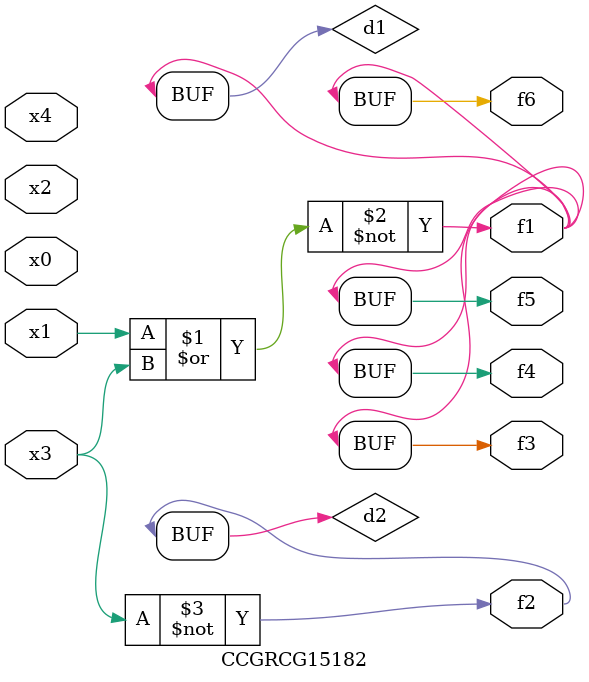
<source format=v>
module CCGRCG15182(
	input x0, x1, x2, x3, x4,
	output f1, f2, f3, f4, f5, f6
);

	wire d1, d2;

	nor (d1, x1, x3);
	not (d2, x3);
	assign f1 = d1;
	assign f2 = d2;
	assign f3 = d1;
	assign f4 = d1;
	assign f5 = d1;
	assign f6 = d1;
endmodule

</source>
